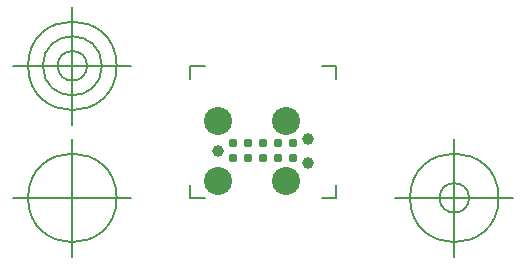
<source format=gbr>
G04 Generated by Ultiboard 11.0 *
%FSLAX25Y25*%
%MOIN*%

%ADD10C,0.00500*%
%ADD11C,0.03100*%
%ADD12C,0.03900*%
%ADD13C,0.09350*%


G04 ColorRGB 00FF00 for the following layer *
%LNCopper Top*%
%LPD*%
%FSLAX25Y25*%
%MOIN*%
G54D10*
X-23292Y-13675D02*
X-23292Y-9272D01*
X-23292Y-13675D02*
X-18434Y-13675D01*
X25293Y-13675D02*
X20434Y-13675D01*
X25293Y-13675D02*
X25293Y-9272D01*
X25293Y30353D02*
X25293Y25950D01*
X25293Y30353D02*
X20434Y30353D01*
X-23292Y30353D02*
X-18434Y30353D01*
X-23292Y30353D02*
X-23292Y25950D01*
X-42978Y-13675D02*
X-82348Y-13675D01*
X-62663Y-33360D02*
X-62663Y6010D01*
X-77426Y-13675D02*
G75*
D01*
G02X-77426Y-13675I14764J0*
G01*
X44978Y-13675D02*
X84348Y-13675D01*
X64663Y-33360D02*
X64663Y6010D01*
X49899Y-13675D02*
G75*
D01*
G02X49899Y-13675I14764J0*
G01*
X59741Y-13675D02*
G75*
D01*
G02X59741Y-13675I4921J0*
G01*
X-42978Y30353D02*
X-82348Y30353D01*
X-62663Y10668D02*
X-62663Y50038D01*
X-77426Y30353D02*
G75*
D01*
G02X-77426Y30353I14764J0*
G01*
X-72505Y30353D02*
G75*
D01*
G02X-72505Y30353I9843J0*
G01*
X-67584Y30353D02*
G75*
D01*
G02X-67584Y30353I4921J0*
G01*
G54D11*
X1000Y4500D03*
X1000Y-500D03*
X-4000Y-500D03*
X-9000Y-500D03*
X-4000Y4500D03*
X-9000Y4500D03*
X6000Y-500D03*
X11000Y-500D03*
X6000Y4500D03*
X11000Y4500D03*
G54D12*
X-14000Y2000D03*
X16000Y-2000D03*
X16000Y6000D03*
G54D13*
X-14000Y-8000D03*
X-14000Y12000D03*
X8500Y-8000D03*
X8500Y12000D03*

M00*

</source>
